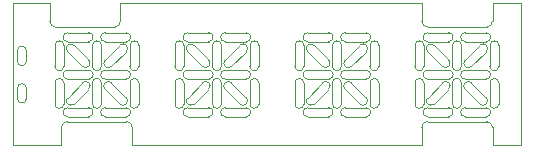
<source format=gbr>
G04 #@! TF.GenerationSoftware,KiCad,Pcbnew,(5.1.4)-1*
G04 #@! TF.CreationDate,2020-12-07T07:58:55-07:00*
G04 #@! TF.ProjectId,ufc_v4_opt_layer3,7566635f-7634-45f6-9f70-745f6c617965,rev?*
G04 #@! TF.SameCoordinates,Original*
G04 #@! TF.FileFunction,Profile,NP*
%FSLAX46Y46*%
G04 Gerber Fmt 4.6, Leading zero omitted, Abs format (unit mm)*
G04 Created by KiCad (PCBNEW (5.1.4)-1) date 2020-12-07 07:58:55*
%MOMM*%
%LPD*%
G04 APERTURE LIST*
%ADD10C,0.050000*%
G04 APERTURE END LIST*
D10*
X105818500Y-70983500D02*
X107596500Y-70983500D01*
X107596500Y-70221500D02*
X105818500Y-70221500D01*
X101195000Y-79750000D02*
X105295000Y-79750000D01*
X144195000Y-79750000D02*
X141795000Y-79750000D01*
X135795000Y-79750000D02*
X111295000Y-79750000D01*
X105295000Y-79750000D02*
X105295000Y-78250000D01*
X111295000Y-78250000D02*
X111295000Y-79750000D01*
X135795000Y-67750000D02*
X110295000Y-67750000D01*
X141295000Y-77750000D02*
G75*
G02X141795000Y-78250000I0J-500000D01*
G01*
X104295000Y-67750000D02*
X104295000Y-69250000D01*
X110795000Y-77750000D02*
G75*
G02X111295000Y-78250000I0J-500000D01*
G01*
X110295000Y-69250000D02*
G75*
G02X109795000Y-69750000I-500000J0D01*
G01*
X135795000Y-78250000D02*
G75*
G02X136295000Y-77750000I500000J0D01*
G01*
X141795000Y-78250000D02*
X141795000Y-79750000D01*
X136295000Y-69750000D02*
G75*
G02X135795000Y-69250000I0J500000D01*
G01*
X135795000Y-79750000D02*
X135795000Y-78250000D01*
X104295000Y-67750000D02*
X101195000Y-67750000D01*
X104795000Y-69750000D02*
X109795000Y-69750000D01*
X141795000Y-69250000D02*
G75*
G02X141295000Y-69750000I-500000J0D01*
G01*
X105295000Y-78250000D02*
G75*
G02X105795000Y-77750000I500000J0D01*
G01*
X105795000Y-77750000D02*
X110795000Y-77750000D01*
X104795000Y-69750000D02*
G75*
G02X104295000Y-69250000I0J500000D01*
G01*
X110295000Y-69250000D02*
X110295000Y-67750000D01*
X101195000Y-67750000D02*
X101195000Y-79750000D01*
X141795000Y-69250000D02*
X141795000Y-67750000D01*
X144195000Y-79750000D02*
X144195000Y-67750000D01*
X135795000Y-67750000D02*
X135795000Y-69250000D01*
X144195000Y-67750000D02*
X141795000Y-67750000D01*
X136295000Y-69750000D02*
X141295000Y-69750000D01*
X141295000Y-77750000D02*
X136295000Y-77750000D01*
X101564000Y-74920500D02*
G75*
G02X102326000Y-74920500I381000J0D01*
G01*
X102326000Y-75809500D02*
G75*
G02X101564000Y-75809500I-381000J0D01*
G01*
X101564000Y-74920500D02*
X101564000Y-75809500D01*
X102326000Y-74920500D02*
X102326000Y-75809500D01*
X101564000Y-71745500D02*
X101564000Y-72634500D01*
X102326000Y-71745500D02*
X102326000Y-72634500D01*
X102326000Y-72634500D02*
G75*
G02X101564000Y-72634500I-381000J0D01*
G01*
X101564000Y-71745500D02*
G75*
G02X102326000Y-71745500I381000J0D01*
G01*
X142331000Y-73079000D02*
G75*
G02X141569000Y-73079000I-381000J0D01*
G01*
X142331000Y-73079000D02*
X142331000Y-71301000D01*
X139156000Y-73079000D02*
X139156000Y-71301000D01*
X135981000Y-73079000D02*
G75*
G02X135219000Y-73079000I-381000J0D01*
G01*
X135219000Y-74476000D02*
G75*
G02X135981000Y-74476000I381000J0D01*
G01*
X139156000Y-76254000D02*
G75*
G02X138394000Y-76254000I-381000J0D01*
G01*
X138394000Y-74476000D02*
X138394000Y-76254000D01*
X141569000Y-74476000D02*
X141569000Y-76254000D01*
X135981000Y-76254000D02*
X135981000Y-74476000D01*
X142331000Y-76254000D02*
G75*
G02X141569000Y-76254000I-381000J0D01*
G01*
X141569000Y-74476000D02*
G75*
G02X142331000Y-74476000I381000J0D01*
G01*
X135219000Y-71301000D02*
X135219000Y-73079000D01*
X135219000Y-71301000D02*
G75*
G02X135981000Y-71301000I381000J0D01*
G01*
X135981000Y-73079000D02*
X135981000Y-71301000D01*
X138394000Y-74476000D02*
G75*
G02X139156000Y-74476000I381000J0D01*
G01*
X138394000Y-71301000D02*
G75*
G02X139156000Y-71301000I381000J0D01*
G01*
X141569000Y-71301000D02*
X141569000Y-73079000D01*
X142331000Y-76254000D02*
X142331000Y-74476000D01*
X138394000Y-71301000D02*
X138394000Y-73079000D01*
X139156000Y-76254000D02*
X139156000Y-74476000D01*
X139156000Y-73079000D02*
G75*
G02X138394000Y-73079000I-381000J0D01*
G01*
X141569000Y-71301000D02*
G75*
G02X142331000Y-71301000I381000J0D01*
G01*
X139464474Y-75005790D02*
G75*
G02X140003290Y-74466974I269408J269408D01*
G01*
X136289474Y-71830790D02*
X137546710Y-73088026D01*
X137546710Y-74466974D02*
X136289474Y-75724210D01*
X140721710Y-71291974D02*
X139464474Y-72549210D01*
X139473500Y-74158500D02*
X141251500Y-74158500D01*
X139464474Y-75005790D02*
X140721710Y-76263026D01*
X136298500Y-77333500D02*
X138076500Y-77333500D01*
X136298500Y-74158500D02*
G75*
G02X136298500Y-73396500I0J381000D01*
G01*
X137546710Y-74466974D02*
G75*
G02X138085526Y-75005790I269408J-269408D01*
G01*
X141251500Y-73396500D02*
G75*
G02X141251500Y-74158500I0J-381000D01*
G01*
X140003290Y-73088026D02*
G75*
G02X139464474Y-72549210I-269408J269408D01*
G01*
X140721710Y-71291974D02*
G75*
G02X141260526Y-71830790I269408J-269408D01*
G01*
X135981000Y-76254000D02*
G75*
G02X135219000Y-76254000I-381000J0D01*
G01*
X138076500Y-73396500D02*
G75*
G02X138076500Y-74158500I0J-381000D01*
G01*
X141251500Y-76571500D02*
G75*
G02X141251500Y-77333500I0J-381000D01*
G01*
X141251500Y-73396500D02*
X139473500Y-73396500D01*
X139473500Y-77333500D02*
X141251500Y-77333500D01*
X136298500Y-70983500D02*
G75*
G02X136298500Y-70221500I0J381000D01*
G01*
X138085526Y-72549210D02*
X136828290Y-71291974D01*
X141251500Y-76571500D02*
X139473500Y-76571500D01*
X138076500Y-76571500D02*
G75*
G02X138076500Y-77333500I0J-381000D01*
G01*
X138076500Y-73396500D02*
X136298500Y-73396500D01*
X139473500Y-70983500D02*
X141251500Y-70983500D01*
X136298500Y-77333500D02*
G75*
G02X136298500Y-76571500I0J381000D01*
G01*
X138076500Y-76571500D02*
X136298500Y-76571500D01*
X141260526Y-75724210D02*
X140003290Y-74466974D01*
X136289474Y-71830790D02*
G75*
G02X136828290Y-71291974I269408J269408D01*
G01*
X138076500Y-70221500D02*
G75*
G02X138076500Y-70983500I0J-381000D01*
G01*
X136298500Y-74158500D02*
X138076500Y-74158500D01*
X136828290Y-76263026D02*
G75*
G02X136289474Y-75724210I-269408J269408D01*
G01*
X141251500Y-70221500D02*
G75*
G02X141251500Y-70983500I0J-381000D01*
G01*
X141260526Y-75724210D02*
G75*
G02X140721710Y-76263026I-269408J-269408D01*
G01*
X138085526Y-72549210D02*
G75*
G02X137546710Y-73088026I-269408J-269408D01*
G01*
X141251500Y-70221500D02*
X139473500Y-70221500D01*
X138076500Y-70221500D02*
X136298500Y-70221500D01*
X139473500Y-74158500D02*
G75*
G02X139473500Y-73396500I0J381000D01*
G01*
X136298500Y-70983500D02*
X138076500Y-70983500D01*
X135219000Y-74476000D02*
X135219000Y-76254000D01*
X139473500Y-77333500D02*
G75*
G02X139473500Y-76571500I0J381000D01*
G01*
X140003290Y-73088026D02*
X141260526Y-71830790D01*
X136828290Y-76263026D02*
X138085526Y-75005790D01*
X139473500Y-70983500D02*
G75*
G02X139473500Y-70221500I0J381000D01*
G01*
X132171000Y-73079000D02*
G75*
G02X131409000Y-73079000I-381000J0D01*
G01*
X132171000Y-73079000D02*
X132171000Y-71301000D01*
X128996000Y-73079000D02*
X128996000Y-71301000D01*
X125821000Y-73079000D02*
G75*
G02X125059000Y-73079000I-381000J0D01*
G01*
X125059000Y-74476000D02*
G75*
G02X125821000Y-74476000I381000J0D01*
G01*
X128996000Y-76254000D02*
G75*
G02X128234000Y-76254000I-381000J0D01*
G01*
X128234000Y-74476000D02*
X128234000Y-76254000D01*
X131409000Y-74476000D02*
X131409000Y-76254000D01*
X125821000Y-76254000D02*
X125821000Y-74476000D01*
X132171000Y-76254000D02*
G75*
G02X131409000Y-76254000I-381000J0D01*
G01*
X131409000Y-74476000D02*
G75*
G02X132171000Y-74476000I381000J0D01*
G01*
X125059000Y-71301000D02*
X125059000Y-73079000D01*
X125059000Y-71301000D02*
G75*
G02X125821000Y-71301000I381000J0D01*
G01*
X125821000Y-73079000D02*
X125821000Y-71301000D01*
X128234000Y-74476000D02*
G75*
G02X128996000Y-74476000I381000J0D01*
G01*
X128234000Y-71301000D02*
G75*
G02X128996000Y-71301000I381000J0D01*
G01*
X131409000Y-71301000D02*
X131409000Y-73079000D01*
X132171000Y-76254000D02*
X132171000Y-74476000D01*
X128234000Y-71301000D02*
X128234000Y-73079000D01*
X128996000Y-76254000D02*
X128996000Y-74476000D01*
X128996000Y-73079000D02*
G75*
G02X128234000Y-73079000I-381000J0D01*
G01*
X131409000Y-71301000D02*
G75*
G02X132171000Y-71301000I381000J0D01*
G01*
X129304474Y-75005790D02*
G75*
G02X129843290Y-74466974I269408J269408D01*
G01*
X126129474Y-71830790D02*
X127386710Y-73088026D01*
X127386710Y-74466974D02*
X126129474Y-75724210D01*
X130561710Y-71291974D02*
X129304474Y-72549210D01*
X129313500Y-74158500D02*
X131091500Y-74158500D01*
X129304474Y-75005790D02*
X130561710Y-76263026D01*
X126138500Y-77333500D02*
X127916500Y-77333500D01*
X126138500Y-74158500D02*
G75*
G02X126138500Y-73396500I0J381000D01*
G01*
X127386710Y-74466974D02*
G75*
G02X127925526Y-75005790I269408J-269408D01*
G01*
X131091500Y-73396500D02*
G75*
G02X131091500Y-74158500I0J-381000D01*
G01*
X129843290Y-73088026D02*
G75*
G02X129304474Y-72549210I-269408J269408D01*
G01*
X130561710Y-71291974D02*
G75*
G02X131100526Y-71830790I269408J-269408D01*
G01*
X125821000Y-76254000D02*
G75*
G02X125059000Y-76254000I-381000J0D01*
G01*
X127916500Y-73396500D02*
G75*
G02X127916500Y-74158500I0J-381000D01*
G01*
X131091500Y-76571500D02*
G75*
G02X131091500Y-77333500I0J-381000D01*
G01*
X131091500Y-73396500D02*
X129313500Y-73396500D01*
X129313500Y-77333500D02*
X131091500Y-77333500D01*
X126138500Y-70983500D02*
G75*
G02X126138500Y-70221500I0J381000D01*
G01*
X127925526Y-72549210D02*
X126668290Y-71291974D01*
X131091500Y-76571500D02*
X129313500Y-76571500D01*
X127916500Y-76571500D02*
G75*
G02X127916500Y-77333500I0J-381000D01*
G01*
X127916500Y-73396500D02*
X126138500Y-73396500D01*
X129313500Y-70983500D02*
X131091500Y-70983500D01*
X126138500Y-77333500D02*
G75*
G02X126138500Y-76571500I0J381000D01*
G01*
X127916500Y-76571500D02*
X126138500Y-76571500D01*
X131100526Y-75724210D02*
X129843290Y-74466974D01*
X126129474Y-71830790D02*
G75*
G02X126668290Y-71291974I269408J269408D01*
G01*
X127916500Y-70221500D02*
G75*
G02X127916500Y-70983500I0J-381000D01*
G01*
X126138500Y-74158500D02*
X127916500Y-74158500D01*
X126668290Y-76263026D02*
G75*
G02X126129474Y-75724210I-269408J269408D01*
G01*
X131091500Y-70221500D02*
G75*
G02X131091500Y-70983500I0J-381000D01*
G01*
X131100526Y-75724210D02*
G75*
G02X130561710Y-76263026I-269408J-269408D01*
G01*
X127925526Y-72549210D02*
G75*
G02X127386710Y-73088026I-269408J-269408D01*
G01*
X131091500Y-70221500D02*
X129313500Y-70221500D01*
X127916500Y-70221500D02*
X126138500Y-70221500D01*
X129313500Y-74158500D02*
G75*
G02X129313500Y-73396500I0J381000D01*
G01*
X126138500Y-70983500D02*
X127916500Y-70983500D01*
X125059000Y-74476000D02*
X125059000Y-76254000D01*
X129313500Y-77333500D02*
G75*
G02X129313500Y-76571500I0J381000D01*
G01*
X129843290Y-73088026D02*
X131100526Y-71830790D01*
X126668290Y-76263026D02*
X127925526Y-75005790D01*
X129313500Y-70983500D02*
G75*
G02X129313500Y-70221500I0J381000D01*
G01*
X122011000Y-73079000D02*
G75*
G02X121249000Y-73079000I-381000J0D01*
G01*
X122011000Y-73079000D02*
X122011000Y-71301000D01*
X118836000Y-73079000D02*
X118836000Y-71301000D01*
X115661000Y-73079000D02*
G75*
G02X114899000Y-73079000I-381000J0D01*
G01*
X114899000Y-74476000D02*
G75*
G02X115661000Y-74476000I381000J0D01*
G01*
X118836000Y-76254000D02*
G75*
G02X118074000Y-76254000I-381000J0D01*
G01*
X118074000Y-74476000D02*
X118074000Y-76254000D01*
X121249000Y-74476000D02*
X121249000Y-76254000D01*
X115661000Y-76254000D02*
X115661000Y-74476000D01*
X122011000Y-76254000D02*
G75*
G02X121249000Y-76254000I-381000J0D01*
G01*
X121249000Y-74476000D02*
G75*
G02X122011000Y-74476000I381000J0D01*
G01*
X114899000Y-71301000D02*
X114899000Y-73079000D01*
X114899000Y-71301000D02*
G75*
G02X115661000Y-71301000I381000J0D01*
G01*
X115661000Y-73079000D02*
X115661000Y-71301000D01*
X118074000Y-74476000D02*
G75*
G02X118836000Y-74476000I381000J0D01*
G01*
X118074000Y-71301000D02*
G75*
G02X118836000Y-71301000I381000J0D01*
G01*
X121249000Y-71301000D02*
X121249000Y-73079000D01*
X122011000Y-76254000D02*
X122011000Y-74476000D01*
X118074000Y-71301000D02*
X118074000Y-73079000D01*
X118836000Y-76254000D02*
X118836000Y-74476000D01*
X118836000Y-73079000D02*
G75*
G02X118074000Y-73079000I-381000J0D01*
G01*
X121249000Y-71301000D02*
G75*
G02X122011000Y-71301000I381000J0D01*
G01*
X119144474Y-75005790D02*
G75*
G02X119683290Y-74466974I269408J269408D01*
G01*
X115969474Y-71830790D02*
X117226710Y-73088026D01*
X117226710Y-74466974D02*
X115969474Y-75724210D01*
X120401710Y-71291974D02*
X119144474Y-72549210D01*
X119153500Y-74158500D02*
X120931500Y-74158500D01*
X119144474Y-75005790D02*
X120401710Y-76263026D01*
X115978500Y-77333500D02*
X117756500Y-77333500D01*
X115978500Y-74158500D02*
G75*
G02X115978500Y-73396500I0J381000D01*
G01*
X117226710Y-74466974D02*
G75*
G02X117765526Y-75005790I269408J-269408D01*
G01*
X120931500Y-73396500D02*
G75*
G02X120931500Y-74158500I0J-381000D01*
G01*
X119683290Y-73088026D02*
G75*
G02X119144474Y-72549210I-269408J269408D01*
G01*
X120401710Y-71291974D02*
G75*
G02X120940526Y-71830790I269408J-269408D01*
G01*
X115661000Y-76254000D02*
G75*
G02X114899000Y-76254000I-381000J0D01*
G01*
X117756500Y-73396500D02*
G75*
G02X117756500Y-74158500I0J-381000D01*
G01*
X120931500Y-76571500D02*
G75*
G02X120931500Y-77333500I0J-381000D01*
G01*
X120931500Y-73396500D02*
X119153500Y-73396500D01*
X119153500Y-77333500D02*
X120931500Y-77333500D01*
X115978500Y-70983500D02*
G75*
G02X115978500Y-70221500I0J381000D01*
G01*
X117765526Y-72549210D02*
X116508290Y-71291974D01*
X120931500Y-76571500D02*
X119153500Y-76571500D01*
X117756500Y-76571500D02*
G75*
G02X117756500Y-77333500I0J-381000D01*
G01*
X117756500Y-73396500D02*
X115978500Y-73396500D01*
X119153500Y-70983500D02*
X120931500Y-70983500D01*
X115978500Y-77333500D02*
G75*
G02X115978500Y-76571500I0J381000D01*
G01*
X117756500Y-76571500D02*
X115978500Y-76571500D01*
X120940526Y-75724210D02*
X119683290Y-74466974D01*
X115969474Y-71830790D02*
G75*
G02X116508290Y-71291974I269408J269408D01*
G01*
X117756500Y-70221500D02*
G75*
G02X117756500Y-70983500I0J-381000D01*
G01*
X115978500Y-74158500D02*
X117756500Y-74158500D01*
X116508290Y-76263026D02*
G75*
G02X115969474Y-75724210I-269408J269408D01*
G01*
X120931500Y-70221500D02*
G75*
G02X120931500Y-70983500I0J-381000D01*
G01*
X120940526Y-75724210D02*
G75*
G02X120401710Y-76263026I-269408J-269408D01*
G01*
X117765526Y-72549210D02*
G75*
G02X117226710Y-73088026I-269408J-269408D01*
G01*
X120931500Y-70221500D02*
X119153500Y-70221500D01*
X117756500Y-70221500D02*
X115978500Y-70221500D01*
X119153500Y-74158500D02*
G75*
G02X119153500Y-73396500I0J381000D01*
G01*
X115978500Y-70983500D02*
X117756500Y-70983500D01*
X114899000Y-74476000D02*
X114899000Y-76254000D01*
X119153500Y-77333500D02*
G75*
G02X119153500Y-76571500I0J381000D01*
G01*
X119683290Y-73088026D02*
X120940526Y-71830790D01*
X116508290Y-76263026D02*
X117765526Y-75005790D01*
X119153500Y-70983500D02*
G75*
G02X119153500Y-70221500I0J381000D01*
G01*
X110771500Y-73396500D02*
G75*
G02X110771500Y-74158500I0J-381000D01*
G01*
X108993500Y-74158500D02*
X110771500Y-74158500D01*
X108993500Y-74158500D02*
G75*
G02X108993500Y-73396500I0J381000D01*
G01*
X110771500Y-73396500D02*
X108993500Y-73396500D01*
X110771500Y-76571500D02*
G75*
G02X110771500Y-77333500I0J-381000D01*
G01*
X108993500Y-77333500D02*
X110771500Y-77333500D01*
X108993500Y-77333500D02*
G75*
G02X108993500Y-76571500I0J381000D01*
G01*
X110771500Y-76571500D02*
X108993500Y-76571500D01*
X107596500Y-76571500D02*
G75*
G02X107596500Y-77333500I0J-381000D01*
G01*
X105818500Y-77333500D02*
X107596500Y-77333500D01*
X105818500Y-77333500D02*
G75*
G02X105818500Y-76571500I0J381000D01*
G01*
X107596500Y-76571500D02*
X105818500Y-76571500D01*
X107596500Y-73396500D02*
G75*
G02X107596500Y-74158500I0J-381000D01*
G01*
X105818500Y-74158500D02*
X107596500Y-74158500D01*
X105818500Y-74158500D02*
G75*
G02X105818500Y-73396500I0J381000D01*
G01*
X107596500Y-73396500D02*
X105818500Y-73396500D01*
X110771500Y-70221500D02*
G75*
G02X110771500Y-70983500I0J-381000D01*
G01*
X108993500Y-70983500D02*
X110771500Y-70983500D01*
X108993500Y-70983500D02*
G75*
G02X108993500Y-70221500I0J381000D01*
G01*
X110771500Y-70221500D02*
X108993500Y-70221500D01*
X107596500Y-70221500D02*
G75*
G02X107596500Y-70983500I0J-381000D01*
G01*
X105818500Y-70983500D02*
G75*
G02X105818500Y-70221500I0J381000D01*
G01*
X110241710Y-71291974D02*
G75*
G02X110780526Y-71830790I269408J-269408D01*
G01*
X109523290Y-73088026D02*
X110780526Y-71830790D01*
X109523290Y-73088026D02*
G75*
G02X108984474Y-72549210I-269408J269408D01*
G01*
X110241710Y-71291974D02*
X108984474Y-72549210D01*
X107066710Y-74466974D02*
G75*
G02X107605526Y-75005790I269408J-269408D01*
G01*
X106348290Y-76263026D02*
X107605526Y-75005790D01*
X106348290Y-76263026D02*
G75*
G02X105809474Y-75724210I-269408J269408D01*
G01*
X107066710Y-74466974D02*
X105809474Y-75724210D01*
X110780526Y-75724210D02*
G75*
G02X110241710Y-76263026I-269408J-269408D01*
G01*
X108984474Y-75005790D02*
X110241710Y-76263026D01*
X108984474Y-75005790D02*
G75*
G02X109523290Y-74466974I269408J269408D01*
G01*
X110780526Y-75724210D02*
X109523290Y-74466974D01*
X107605526Y-72549210D02*
G75*
G02X107066710Y-73088026I-269408J-269408D01*
G01*
X105809474Y-71830790D02*
X107066710Y-73088026D01*
X105809474Y-71830790D02*
G75*
G02X106348290Y-71291974I269408J269408D01*
G01*
X107605526Y-72549210D02*
X106348290Y-71291974D01*
X105501000Y-76254000D02*
G75*
G02X104739000Y-76254000I-381000J0D01*
G01*
X104739000Y-74476000D02*
X104739000Y-76254000D01*
X104739000Y-74476000D02*
G75*
G02X105501000Y-74476000I381000J0D01*
G01*
X105501000Y-76254000D02*
X105501000Y-74476000D01*
X108676000Y-76254000D02*
G75*
G02X107914000Y-76254000I-381000J0D01*
G01*
X107914000Y-74476000D02*
X107914000Y-76254000D01*
X107914000Y-74476000D02*
G75*
G02X108676000Y-74476000I381000J0D01*
G01*
X108676000Y-76254000D02*
X108676000Y-74476000D01*
X111851000Y-76254000D02*
G75*
G02X111089000Y-76254000I-381000J0D01*
G01*
X111089000Y-74476000D02*
X111089000Y-76254000D01*
X111089000Y-74476000D02*
G75*
G02X111851000Y-74476000I381000J0D01*
G01*
X111851000Y-76254000D02*
X111851000Y-74476000D01*
X111851000Y-73079000D02*
G75*
G02X111089000Y-73079000I-381000J0D01*
G01*
X111089000Y-71301000D02*
X111089000Y-73079000D01*
X111089000Y-71301000D02*
G75*
G02X111851000Y-71301000I381000J0D01*
G01*
X111851000Y-73079000D02*
X111851000Y-71301000D01*
X108676000Y-73079000D02*
G75*
G02X107914000Y-73079000I-381000J0D01*
G01*
X107914000Y-71301000D02*
X107914000Y-73079000D01*
X107914000Y-71301000D02*
G75*
G02X108676000Y-71301000I381000J0D01*
G01*
X108676000Y-73079000D02*
X108676000Y-71301000D01*
X104739000Y-71301000D02*
X104739000Y-73079000D01*
X105501000Y-73079000D02*
X105501000Y-71301000D01*
X105501000Y-73079000D02*
G75*
G02X104739000Y-73079000I-381000J0D01*
G01*
X104739000Y-71301000D02*
G75*
G02X105501000Y-71301000I381000J0D01*
G01*
M02*

</source>
